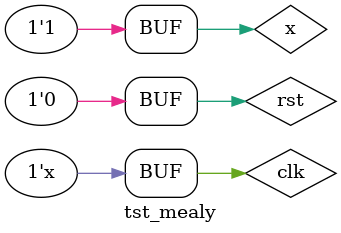
<source format=v>
module tst_mealy;

	reg x, rst, clk;
	wire z;
	
	parity_det_mealy pd (x, rst, clk, z);
	
	initial	begin
		clk = 0;
		x = 0;
		#10 x = 1;
		#20 x = 0;
		#20 x = 1;
		#20 x = 0;
		#20 x = 1;
			
		
	end
	initial	begin
		rst = 1;
		#10 rst = 0;	
	end			
	
	always 
		#10 clk = ~clk;	
		
endmodule




</source>
